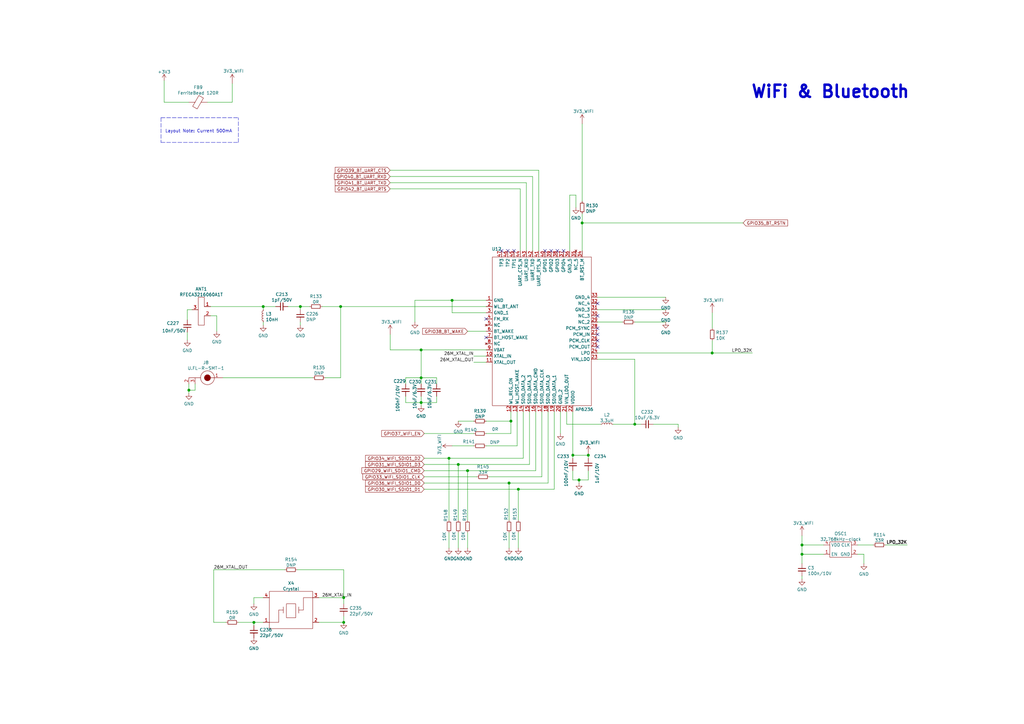
<source format=kicad_sch>
(kicad_sch (version 20210126) (generator eeschema)
  (paper "A3")
  (title_block (title "Beagle V") (date "2021-06-11") (rev "v0.7"))
  (lib_symbols
    (symbol "BeagleV:32.768kHz-clock"
      (property "Reference" "OSC" (at -2.54 5.08 0))
      (property "Value" "32.768kHz-clock" (at 5.08 -3.81 0))
      (symbol "32.768kHz-clock_0_1"
        (rectangle (start -3.81 3.81) (end 5.08 -2.54) (stroke (width 0.1524)))
      )
      (symbol "32.768kHz-clock_1_1"
        (pin input line (at -6.35 -1.27 0) (length 2.54) (name "EN") (number "1"))
        (pin power_in line (at 7.62 -1.27 180) (length 2.54) (name "GND") (number "2"))
        (pin output line (at 7.62 2.54 180) (length 2.54) (name "CLK") (number "3"))
        (pin power_in line (at -6.35 2.54 0) (length 2.54) (name "VDD") (number "4"))
      )
    )
    (symbol "BeagleV:3V3_WIFI" (power) (pin_numbers hide) (pin_names hide) (in_bom no) (on_board no)
      (property "Value" "3V3_WIFI" (at 0 5.08 0))
      (symbol "3V3_WIFI_0_1"
        (polyline (pts (xy 0 0) (xy 0 3.81)))
        (polyline (pts (xy 0 3.81) (xy -0.762 2.54)))
        (polyline (pts (xy 0 3.81) (xy 0.762 2.54)))
      )
      (symbol "3V3_WIFI_1_1"
        (pin power_in line (at 0 0 90) (length 0) hide (name "3V3_WIFI") (number "1"))
      )
    )
    (symbol "BeagleV:AP6236"
      (property "Reference" "U" (at -21.59 31.75 0))
      (property "Value" "AP6236" (at -20.32 -34.29 0))
      (symbol "AP6236_0_1"
        (rectangle (start -20.32 30.48) (end 20.32 -30.48) (stroke (width 0.1524)))
      )
      (symbol "AP6236_1_1"
        (pin input line (at -22.86 12.7 0) (length 2.56) (name "GND") (number "1"))
        (pin input line (at -22.86 -10.16 0) (length 2.56) (name "XTAL_IN") (number "10"))
        (pin output line (at -22.86 -12.7 0) (length 2.56) (name "XTAL_OUT") (number "11"))
        (pin input line (at -12.7 -33.02 90) (length 2.56) (name "WL_REG_ON") (number "12"))
        (pin input line (at -10.16 -33.02 90) (length 2.56) (name "WL_HOST_WAKE") (number "13"))
        (pin bidirectional line (at -7.62 -33.02 90) (length 2.56) (name "SDIO_DATA_2") (number "14"))
        (pin bidirectional line (at -5.08 -33.02 90) (length 2.56) (name "SDIO_DATA_3") (number "15"))
        (pin input line (at -2.54 -33.02 90) (length 2.56) (name "SDIO_DATA_CMD") (number "16"))
        (pin input line (at 0 -33.02 90) (length 2.56) (name "SDIO_DATA_CLK") (number "17"))
        (pin bidirectional line (at 2.54 -33.02 90) (length 2.56) (name "SDIO_DATA_0") (number "18"))
        (pin bidirectional line (at 5.08 -33.02 90) (length 2.56) (name "SDIO_DATA_1") (number "19"))
        (pin output line (at -22.86 10.16 0) (length 2.56) (name "WL_BT_ANT") (number "2"))
        (pin power_in line (at 7.62 -33.02 90) (length 2.56) (name "GND_2") (number "20"))
        (pin power_out line (at 10.16 -33.02 90) (length 2.56) (name "VIN_LDO_OUT") (number "21"))
        (pin power_in line (at 12.7 -33.02 90) (length 2.56) (name "VDDIO") (number "22"))
        (pin power_in line (at 22.86 -11.43 180) (length 2.56) (name "VIN_LDO") (number "23"))
        (pin output line (at 22.86 -8.89 180) (length 2.56) (name "LPO") (number "24"))
        (pin output line (at 22.86 -6.35 180) (length 2.56) (name "PCM_OUT") (number "25"))
        (pin output line (at 22.86 -3.81 180) (length 2.56) (name "PCM_CLK") (number "26"))
        (pin input line (at 22.86 -1.27 180) (length 2.56) (name "PCM_IN") (number "27"))
        (pin input line (at 22.86 1.27 180) (length 2.56) (name "PCM_SYNC") (number "28"))
        (pin passive line (at 22.86 3.81 180) (length 2.56) (name "NC_2") (number "29"))
        (pin power_in line (at -22.86 7.62 0) (length 2.56) (name "GND_1") (number "3"))
        (pin output line (at 22.86 6.35 180) (length 2.56) (name "NC_3") (number "30"))
        (pin power_in line (at 22.86 8.89 180) (length 2.56) (name "GND_3") (number "31"))
        (pin passive line (at 22.86 11.43 180) (length 2.56) (name "NC_4") (number "32"))
        (pin power_in line (at 22.86 13.97 180) (length 2.56) (name "GND_4") (number "33"))
        (pin input line (at 16.51 33.02 270) (length 2.56) (name "BT_RST_M") (number "34"))
        (pin no_connect line (at 13.97 33.02 270) (length 2.56) (name "NC_5") (number "35"))
        (pin power_in line (at 11.43 33.02 270) (length 2.56) (name "GND_5") (number "36"))
        (pin bidirectional line (at 8.89 33.02 270) (length 2.56) (name "GPIO4") (number "37"))
        (pin bidirectional line (at 6.35 33.02 270) (length 2.56) (name "GPIO3") (number "38"))
        (pin bidirectional line (at 3.81 33.02 270) (length 2.56) (name "GPIO2") (number "39"))
        (pin input line (at -22.86 5.08 0) (length 2.56) (name "FM_RX") (number "4"))
        (pin bidirectional line (at 1.27 33.02 270) (length 2.56) (name "GPIO1") (number "40"))
        (pin input line (at -1.27 33.02 270) (length 2.56) (name "UART_RTS_N") (number "41"))
        (pin output line (at -3.81 33.02 270) (length 2.56) (name "UART_TXD") (number "42"))
        (pin input line (at -6.35 33.02 270) (length 2.56) (name "UART_RXD") (number "43"))
        (pin input line (at -8.89 33.02 270) (length 2.56) (name "UART_CTS_N") (number "44"))
        (pin output line (at -11.43 33.02 270) (length 2.56) (name "TPI1") (number "45"))
        (pin output line (at -13.97 33.02 270) (length 2.56) (name "TP2") (number "46"))
        (pin output line (at -16.51 33.02 270) (length 2.56) (name "TP3") (number "47"))
        (pin no_connect line (at -22.86 2.54 0) (length 2.56) (name "NC") (number "5"))
        (pin input line (at -22.86 0 0) (length 2.56) (name "BT_WAKE") (number "6"))
        (pin input line (at -22.86 -2.54 0) (length 2.56) (name "BT_HOST_WAKE") (number "7"))
        (pin no_connect line (at -22.86 -5.08 0) (length 2.56) (name "NC") (number "8"))
        (pin power_in line (at -22.86 -7.62 0) (length 2.56) (name "VBAT") (number "9"))
      )
    )
    (symbol "BeagleV:Crystal"
      (property "Reference" "X" (at -8.255 8.89 0))
      (property "Value" "Crystal" (at 5.715 -8.89 0))
      (symbol "Crystal_0_1"
        (rectangle (start -8.89 7.62) (end 8.89 -7.62) (stroke (width 0.1524)))
        (polyline (pts (xy -3.175 1.27) (xy -3.175 -1.27)) (stroke (width 0.1524)))
        (polyline (pts (xy 3.175 1.27) (xy 3.175 -1.27)) (stroke (width 0.1524)))
        (polyline (pts (xy -8.89 5.08) (xy -5.08 5.08) (xy -5.08 0) (xy -3.175 0)) (stroke (width 0.1524)))
        (polyline (pts (xy 3.175 0) (xy 5.08 0) (xy 5.08 -5.08) (xy 8.89 -5.08)) (stroke (width 0.1524)))
        (polyline (pts (xy -1.905 2.54) (xy -1.905 -3.175) (xy 1.27 -3.175) (xy 1.905 -3.175) (xy 1.905 2.54) (xy -1.905 2.54)) (stroke (width 0.1524)))
      )
      (symbol "Crystal_1_1"
        (pin passive line (at 11.43 -5.08 180) (length 2.54) (name "") (number "1"))
        (pin passive line (at -11.43 -5.08 0) (length 2.54) (name "") (number "2"))
        (pin passive line (at -11.43 5.08 0) (length 2.54) (name "") (number "3"))
        (pin passive line (at 11.43 5.08 180) (length 2.54) (name "") (number "4"))
      )
    )
    (symbol "BeagleV:RFECA3216060A1T"
      (property "Reference" "ANT" (at -13.97 10.16 0))
      (property "Value" "RFECA3216060A1T" (at -11.43 12.7 0))
      (symbol "RFECA3216060A1T_0_1"
        (polyline (pts (xy 0 1.27) (xy 0 5.08) (xy -2.54 5.08) (xy -2.54 -6.35) (xy 0 -6.35) (xy 0 -2.54)) (stroke (width 0.1524)))
      )
      (symbol "RFECA3216060A1T_1_1"
        (pin passive line (at 2.54 1.27 180) (length 2.54) (name "") (number "1"))
        (pin passive line (at 2.54 -2.54 180) (length 2.54) (name "") (number "2"))
        (pin passive line (at -5.08 0 0) (length 2.54) (name "") (number "3"))
      )
    )
    (symbol "BeagleV:U.FL-R-SMT-1"
      (property "Reference" "J" (at -8.89 3.81 0))
      (property "Value" "U.FL-R-SMT-1" (at -7.62 6.35 0))
      (symbol "U.FL-R-SMT-1_0_1"
        (circle (center 0 0) (radius 2.8398) (stroke (width 0.1524)))
        (circle (center 0 0) (radius 1.27) (stroke (width 0.1524)) (fill (type outline)))
        (polyline (pts (xy -2.794 0) (xy -7.62 0) (xy -7.62 0)) (stroke (width 0.1524)))
      )
      (symbol "U.FL-R-SMT-1_1_1"
        (pin passive line (at 6.35 0 180) (length 5) (name "") (number "1"))
        (pin passive line (at -7.62 -2.54 90) (length 2.54) (name "") (number "2"))
        (pin passive line (at -5.08 -2.54 90) (length 2.54) (name "") (number "3"))
      )
    )
    (symbol "Device:C_Small" (pin_numbers hide) (pin_names (offset 0.254) hide)
      (property "Reference" "C" (at 0.254 1.778 0))
      (property "Value" "C_Small" (at 0.254 -2.032 0))
      (symbol "C_Small_0_1"
        (polyline (pts (xy -1.524 -0.508) (xy 1.524 -0.508)) (stroke (width 0.3302)))
        (polyline (pts (xy -1.524 0.508) (xy 1.524 0.508)) (stroke (width 0.3048)))
      )
      (symbol "C_Small_1_1"
        (pin passive line (at 0 2.54 270) (length 2.032) (name "~") (number "1"))
        (pin passive line (at 0 -2.54 90) (length 2.032) (name "~") (number "2"))
      )
    )
    (symbol "Device:FerriteBead" (pin_numbers hide) (pin_names (offset 0))
      (property "Reference" "FB" (at -3.81 0.635 90))
      (property "Value" "FerriteBead" (at 3.81 0 90))
      (symbol "FerriteBead_0_1"
        (polyline (pts (xy 0 -1.27) (xy 0 -1.2192)))
        (polyline (pts (xy 0 1.27) (xy 0 1.2954)))
        (polyline (pts (xy -2.7686 0.4064) (xy -1.7018 2.2606) (xy 2.7686 -0.3048) (xy 1.6764 -2.159) (xy -2.7686 0.4064)))
      )
      (symbol "FerriteBead_1_1"
        (pin passive line (at 0 3.81 270) (length 2.54) (name "~") (number "1"))
        (pin passive line (at 0 -3.81 90) (length 2.54) (name "~") (number "2"))
      )
    )
    (symbol "Device:L_Small" (pin_numbers hide) (pin_names (offset 0.254) hide)
      (property "Reference" "L" (at 0.762 1.016 0))
      (property "Value" "L_Small" (at 0.762 -1.016 0))
      (symbol "L_Small_0_1"
        (arc (start 0 -2.032) (end 0 -1.016) (radius (at 0 -1.524) (length 0.508) (angles -89.9 89.9)))
        (arc (start 0 -1.016) (end 0 0) (radius (at 0 -0.508) (length 0.508) (angles -89.9 89.9)))
        (arc (start 0 0) (end 0 1.016) (radius (at 0 0.508) (length 0.508) (angles -89.9 89.9)))
        (arc (start 0 1.016) (end 0 2.032) (radius (at 0 1.524) (length 0.508) (angles -89.9 89.9)))
      )
      (symbol "L_Small_1_1"
        (pin passive line (at 0 2.54 270) (length 0.508) (name "~") (number "1"))
        (pin passive line (at 0 -2.54 90) (length 0.508) (name "~") (number "2"))
      )
    )
    (symbol "Device:R_Small" (pin_numbers hide) (pin_names (offset 0.254) hide)
      (property "Reference" "R" (at 0.762 0.508 0))
      (property "Value" "R_Small" (at 0.762 -1.016 0))
      (symbol "R_Small_0_1"
        (rectangle (start -0.762 1.778) (end 0.762 -1.778) (stroke (width 0.2032)))
      )
      (symbol "R_Small_1_1"
        (pin passive line (at 0 2.54 270) (length 0.762) (name "~") (number "1"))
        (pin passive line (at 0 -2.54 90) (length 0.762) (name "~") (number "2"))
      )
    )
    (symbol "power:+3V3" (power) (pin_names (offset 0))
      (property "Value" "+3V3" (at 0 3.556 0))
      (symbol "+3V3_0_1"
        (polyline (pts (xy -0.762 1.27) (xy 0 2.54)))
        (polyline (pts (xy 0 0) (xy 0 2.54)))
        (polyline (pts (xy 0 2.54) (xy 0.762 1.27)))
      )
      (symbol "+3V3_1_1"
        (pin power_in line (at 0 0 90) (length 0) hide (name "+3V3") (number "1"))
      )
    )
    (symbol "power:GND" (power) (pin_names (offset 0))
      (property "Value" "GND" (at 0 -3.81 0))
      (symbol "GND_0_1"
        (polyline (pts (xy 0 0) (xy 0 -1.27) (xy 1.27 -1.27) (xy 0 -2.54) (xy -1.27 -1.27) (xy 0 -1.27)))
      )
      (symbol "GND_1_1"
        (pin power_in line (at 0 0 270) (length 0) hide (name "GND") (number "1"))
      )
    )
  )
  (junction (at 77.47 160.02) (diameter 1.016))
  (junction (at 104.14 255.27) (diameter 1.016))
  (junction (at 107.95 125.73) (diameter 1.016))
  (junction (at 123.19 125.73) (diameter 1.016))
  (junction (at 139.7 125.73) (diameter 1.016))
  (junction (at 140.97 245.11) (diameter 1.016))
  (junction (at 140.97 255.27) (diameter 1.016))
  (junction (at 172.72 143.51) (diameter 1.016))
  (junction (at 172.72 154.94) (diameter 1.016))
  (junction (at 172.72 165.1) (diameter 1.016))
  (junction (at 184.15 187.96) (diameter 1.016))
  (junction (at 185.42 123.19) (diameter 1.016))
  (junction (at 187.96 190.5) (diameter 1.016))
  (junction (at 191.77 193.04) (diameter 1.016))
  (junction (at 208.788 198.12) (diameter 1.016))
  (junction (at 209.55 172.72) (diameter 1.016))
  (junction (at 212.598 200.66) (diameter 1.016))
  (junction (at 234.95 186.69) (diameter 1.016))
  (junction (at 237.49 196.85) (diameter 1.016))
  (junction (at 238.76 91.44) (diameter 1.016))
  (junction (at 241.3 186.69) (diameter 1.016))
  (junction (at 260.35 173.99) (diameter 1.016))
  (junction (at 292.1 144.78) (diameter 1.016))
  (junction (at 328.93 223.52) (diameter 1.016))
  (junction (at 328.93 227.33) (diameter 1.016))
  (no_connect (at 199.39 130.81))
  (no_connect (at 199.39 138.43))
  (no_connect (at 205.74 102.87))
  (no_connect (at 208.28 102.87))
  (no_connect (at 210.82 102.87))
  (no_connect (at 223.52 102.87))
  (no_connect (at 226.06 102.87))
  (no_connect (at 228.6 102.87))
  (no_connect (at 231.14 102.87))
  (no_connect (at 245.11 124.46))
  (no_connect (at 245.11 129.54))
  (no_connect (at 245.11 134.62))
  (no_connect (at 245.11 137.16))
  (no_connect (at 245.11 139.7))
  (no_connect (at 245.11 142.24))
  (wire (pts (xy 67.31 33.02) (xy 67.31 41.91)))
  (wire (pts (xy 76.835 127) (xy 76.835 131.191)))
  (wire (pts (xy 76.835 127) (xy 78.74 127)))
  (wire (pts (xy 76.835 136.271) (xy 76.835 139.446)))
  (wire (pts (xy 77.47 41.91) (xy 67.31 41.91)))
  (wire (pts (xy 77.47 157.48) (xy 77.47 160.02)))
  (wire (pts (xy 77.47 160.02) (xy 77.47 161.29)))
  (wire (pts (xy 80.01 157.48) (xy 80.01 160.02)))
  (wire (pts (xy 80.01 160.02) (xy 77.47 160.02)))
  (wire (pts (xy 85.09 41.91) (xy 95.25 41.91)))
  (wire (pts (xy 86.36 125.73) (xy 107.95 125.73)))
  (wire (pts (xy 86.36 129.54) (xy 88.9 129.54)))
  (wire (pts (xy 87.63 233.68) (xy 87.63 255.27)))
  (wire (pts (xy 87.63 233.68) (xy 116.84 233.68)))
  (wire (pts (xy 88.9 129.54) (xy 88.9 135.89)))
  (wire (pts (xy 91.44 154.94) (xy 128.27 154.94)))
  (wire (pts (xy 92.71 255.27) (xy 87.63 255.27)))
  (wire (pts (xy 95.25 34.29) (xy 95.25 41.91)))
  (wire (pts (xy 97.79 255.27) (xy 104.14 255.27)))
  (wire (pts (xy 104.14 245.11) (xy 104.14 247.65)))
  (wire (pts (xy 104.14 255.27) (xy 104.14 256.54)))
  (wire (pts (xy 104.14 255.27) (xy 107.95 255.27)))
  (wire (pts (xy 107.95 125.73) (xy 107.95 127)))
  (wire (pts (xy 107.95 132.08) (xy 107.95 133.35)))
  (wire (pts (xy 107.95 245.11) (xy 104.14 245.11)))
  (wire (pts (xy 113.03 125.73) (xy 107.95 125.73)))
  (wire (pts (xy 118.11 125.73) (xy 123.19 125.73)))
  (wire (pts (xy 121.92 233.68) (xy 140.97 233.68)))
  (wire (pts (xy 123.19 125.73) (xy 123.19 127)))
  (wire (pts (xy 123.19 125.73) (xy 127 125.73)))
  (wire (pts (xy 123.19 132.08) (xy 123.19 133.35)))
  (wire (pts (xy 130.81 245.11) (xy 140.97 245.11)))
  (wire (pts (xy 132.08 125.73) (xy 139.7 125.73)))
  (wire (pts (xy 133.35 154.94) (xy 139.7 154.94)))
  (wire (pts (xy 139.7 125.73) (xy 199.39 125.73)))
  (wire (pts (xy 139.7 154.94) (xy 139.7 125.73)))
  (wire (pts (xy 140.97 233.68) (xy 140.97 245.11)))
  (wire (pts (xy 140.97 245.11) (xy 140.97 247.65)))
  (wire (pts (xy 140.97 252.73) (xy 140.97 255.27)))
  (wire (pts (xy 140.97 255.27) (xy 130.81 255.27)))
  (wire (pts (xy 160.02 69.85) (xy 220.98 69.85)))
  (wire (pts (xy 160.02 72.39) (xy 218.44 72.39)))
  (wire (pts (xy 160.02 74.93) (xy 215.9 74.93)))
  (wire (pts (xy 160.02 77.47) (xy 213.36 77.47)))
  (wire (pts (xy 160.02 137.16) (xy 160.02 143.51)))
  (wire (pts (xy 160.02 143.51) (xy 172.72 143.51)))
  (wire (pts (xy 166.37 154.94) (xy 166.37 157.48)))
  (wire (pts (xy 166.37 162.56) (xy 166.37 165.1)))
  (wire (pts (xy 166.37 165.1) (xy 172.72 165.1)))
  (wire (pts (xy 170.18 123.19) (xy 170.18 132.08)))
  (wire (pts (xy 172.72 143.51) (xy 172.72 154.94)))
  (wire (pts (xy 172.72 154.94) (xy 166.37 154.94)))
  (wire (pts (xy 172.72 154.94) (xy 172.72 157.48)))
  (wire (pts (xy 172.72 162.56) (xy 172.72 165.1)))
  (wire (pts (xy 172.72 165.1) (xy 179.07 165.1)))
  (wire (pts (xy 172.72 166.37) (xy 172.72 165.1)))
  (wire (pts (xy 173.99 177.8) (xy 194.31 177.8)))
  (wire (pts (xy 173.99 187.96) (xy 184.15 187.96)))
  (wire (pts (xy 173.99 190.5) (xy 187.96 190.5)))
  (wire (pts (xy 173.99 193.04) (xy 191.77 193.04)))
  (wire (pts (xy 173.99 195.58) (xy 195.58 195.58)))
  (wire (pts (xy 173.99 198.12) (xy 208.788 198.12)))
  (wire (pts (xy 173.99 200.66) (xy 212.598 200.66)))
  (wire (pts (xy 179.07 154.94) (xy 172.72 154.94)))
  (wire (pts (xy 179.07 157.48) (xy 179.07 154.94)))
  (wire (pts (xy 179.07 165.1) (xy 179.07 162.56)))
  (wire (pts (xy 184.15 187.96) (xy 184.15 213.36)))
  (wire (pts (xy 184.15 187.96) (xy 214.63 187.96)))
  (wire (pts (xy 184.15 218.44) (xy 184.15 224.79)))
  (wire (pts (xy 185.42 123.19) (xy 170.18 123.19)))
  (wire (pts (xy 185.42 128.27) (xy 185.42 123.19)))
  (wire (pts (xy 185.42 182.88) (xy 194.31 182.88)))
  (wire (pts (xy 187.96 172.72) (xy 194.31 172.72)))
  (wire (pts (xy 187.96 190.5) (xy 187.96 213.36)))
  (wire (pts (xy 187.96 190.5) (xy 217.17 190.5)))
  (wire (pts (xy 187.96 218.44) (xy 187.96 224.79)))
  (wire (pts (xy 191.77 135.89) (xy 199.39 135.89)))
  (wire (pts (xy 191.77 193.04) (xy 191.77 213.36)))
  (wire (pts (xy 191.77 193.04) (xy 219.71 193.04)))
  (wire (pts (xy 191.77 218.44) (xy 191.77 224.79)))
  (wire (pts (xy 194.31 146.05) (xy 199.39 146.05)))
  (wire (pts (xy 194.31 148.59) (xy 199.39 148.59)))
  (wire (pts (xy 199.39 123.19) (xy 185.42 123.19)))
  (wire (pts (xy 199.39 128.27) (xy 185.42 128.27)))
  (wire (pts (xy 199.39 143.51) (xy 172.72 143.51)))
  (wire (pts (xy 199.39 172.72) (xy 209.55 172.72)))
  (wire (pts (xy 199.39 177.8) (xy 209.55 177.8)))
  (wire (pts (xy 199.39 182.88) (xy 212.09 182.88)))
  (wire (pts (xy 200.66 195.58) (xy 222.25 195.58)))
  (wire (pts (xy 208.788 198.12) (xy 208.788 213.36)))
  (wire (pts (xy 208.788 198.12) (xy 224.79 198.12)))
  (wire (pts (xy 208.788 218.44) (xy 208.788 224.79)))
  (wire (pts (xy 209.55 168.91) (xy 209.55 172.72)))
  (wire (pts (xy 209.55 172.72) (xy 209.55 177.8)))
  (wire (pts (xy 212.09 168.91) (xy 212.09 182.88)))
  (wire (pts (xy 212.598 200.66) (xy 212.598 213.36)))
  (wire (pts (xy 212.598 200.66) (xy 227.33 200.66)))
  (wire (pts (xy 212.598 218.44) (xy 212.598 224.79)))
  (wire (pts (xy 213.36 102.87) (xy 213.36 77.47)))
  (wire (pts (xy 214.63 168.91) (xy 214.63 187.96)))
  (wire (pts (xy 215.9 102.87) (xy 215.9 74.93)))
  (wire (pts (xy 217.17 168.91) (xy 217.17 190.5)))
  (wire (pts (xy 218.44 102.87) (xy 218.44 72.39)))
  (wire (pts (xy 219.71 168.91) (xy 219.71 193.04)))
  (wire (pts (xy 220.98 102.87) (xy 220.98 69.85)))
  (wire (pts (xy 222.25 168.91) (xy 222.25 195.58)))
  (wire (pts (xy 224.79 168.91) (xy 224.79 198.12)))
  (wire (pts (xy 227.33 168.91) (xy 227.33 200.66)))
  (wire (pts (xy 229.87 168.91) (xy 229.87 177.8)))
  (wire (pts (xy 232.41 168.91) (xy 232.41 173.99)))
  (wire (pts (xy 232.41 173.99) (xy 246.38 173.99)))
  (wire (pts (xy 233.68 80.01) (xy 236.22 80.01)))
  (wire (pts (xy 233.68 102.87) (xy 233.68 80.01)))
  (wire (pts (xy 234.95 168.91) (xy 234.95 186.69)))
  (wire (pts (xy 234.95 186.69) (xy 234.95 187.96)))
  (wire (pts (xy 234.95 186.69) (xy 241.3 186.69)))
  (wire (pts (xy 234.95 193.04) (xy 234.95 196.85)))
  (wire (pts (xy 236.22 80.01) (xy 236.22 85.09)))
  (wire (pts (xy 237.49 196.85) (xy 234.95 196.85)))
  (wire (pts (xy 237.49 196.85) (xy 237.49 198.12)))
  (wire (pts (xy 238.76 50.8) (xy 238.76 82.55)))
  (wire (pts (xy 238.76 87.63) (xy 238.76 91.44)))
  (wire (pts (xy 238.76 91.44) (xy 238.76 102.87)))
  (wire (pts (xy 238.76 91.44) (xy 304.8 91.44)))
  (wire (pts (xy 241.3 186.69) (xy 241.3 187.96)))
  (wire (pts (xy 241.3 193.04) (xy 241.3 196.85)))
  (wire (pts (xy 241.3 196.85) (xy 237.49 196.85)))
  (wire (pts (xy 245.11 121.92) (xy 273.05 121.92)))
  (wire (pts (xy 245.11 127) (xy 273.05 127)))
  (wire (pts (xy 245.11 132.08) (xy 255.27 132.08)))
  (wire (pts (xy 245.11 144.78) (xy 292.1 144.78)))
  (wire (pts (xy 245.11 147.32) (xy 260.35 147.32)))
  (wire (pts (xy 251.46 173.99) (xy 260.35 173.99)))
  (wire (pts (xy 260.35 132.08) (xy 273.05 132.08)))
  (wire (pts (xy 260.35 147.32) (xy 260.35 173.99)))
  (wire (pts (xy 260.35 173.99) (xy 262.89 173.99)))
  (wire (pts (xy 267.97 173.99) (xy 278.13 173.99)))
  (wire (pts (xy 278.13 175.26) (xy 278.13 173.99)))
  (wire (pts (xy 292.1 128.27) (xy 292.1 134.62)))
  (wire (pts (xy 292.1 139.7) (xy 292.1 144.78)))
  (wire (pts (xy 292.1 144.78) (xy 308.61 144.78)))
  (wire (pts (xy 328.93 219.71) (xy 328.93 223.52)))
  (wire (pts (xy 328.93 227.33) (xy 328.93 223.52)))
  (wire (pts (xy 328.93 227.33) (xy 328.93 231.14)))
  (wire (pts (xy 328.93 236.22) (xy 328.93 237.49)))
  (wire (pts (xy 337.82 223.52) (xy 328.93 223.52)))
  (wire (pts (xy 337.82 227.33) (xy 328.93 227.33)))
  (wire (pts (xy 351.79 223.52) (xy 358.14 223.52)))
  (wire (pts (xy 351.79 227.33) (xy 354.33 227.33)))
  (wire (pts (xy 354.33 227.33) (xy 354.33 231.14)))
  (wire (pts (xy 363.22 223.52) (xy 372.11 223.52)))
  (polyline (pts (xy 66.04 48.26) (xy 66.04 58.42)) (stroke (width 0) (type dash)))
  (polyline (pts (xy 66.04 48.26) (xy 97.79 48.26)) (stroke (width 0) (type dash)))
  (polyline (pts (xy 66.04 58.42) (xy 97.79 58.42)) (stroke (width 0) (type dash)))
  (polyline (pts (xy 97.79 58.42) (xy 97.79 48.26)) (stroke (width 0) (type dash)))
  (text "Layout Note: Current 500mA" (at 95.25 54.61 180) (effects (font (size 1.27 1.27)) (justify right bottom)))
  (text "WiFi & Bluetooth" (at 373.38 40.64 180) (effects (font (size 5 5) (thickness 1) bold) (justify right bottom)))
  (label "26M_XTAL_OUT" (at 101.6 233.68 180))
  (label "26M_XTAL_IN" (at 132.08 245.11 0))
  (label "26M_XTAL_IN" (at 194.31 146.05 180))
  (label "26M_XTAL_OUT" (at 194.31 148.59 180))
  (label "LPO_32K" (at 308.61 144.78 180))
  (label "LPO_32K" (at 372.11 223.52 180) (effects (font (thickness 0.254) bold)))
  (global_label "GPIO39_BT_UART_CTS" (shape input) (at 160.02 69.85 180) (property "Intersheet References" "${INTERSHEET_REFS}" (effects hide)))
  (global_label "GPIO40_BT_UART_RXD" (shape input) (at 160.02 72.39 180) (property "Intersheet References" "${INTERSHEET_REFS}" (effects hide)))
  (global_label "GPIO41_BT_UART_TXD" (shape input) (at 160.02 74.93 180) (property "Intersheet References" "${INTERSHEET_REFS}" (effects hide)))
  (global_label "GPIO42_BT_UART_RTS" (shape input) (at 160.02 77.47 180) (property "Intersheet References" "${INTERSHEET_REFS}" (effects hide)))
  (global_label "GPIO37_WIFI_EN" (shape input) (at 173.99 177.8 180) (property "Intersheet References" "${INTERSHEET_REFS}" (effects hide)))
  (global_label "GPIO34_WIFI_SDIO1_D2" (shape input) (at 173.99 187.96 180) (property "Intersheet References" "${INTERSHEET_REFS}" (effects hide)))
  (global_label "GPIO31_WIFI_SDIO1_D3" (shape input) (at 173.99 190.5 180) (property "Intersheet References" "${INTERSHEET_REFS}" (effects hide)))
  (global_label "GPIO29_WIFI_SDIO1_CMD" (shape input) (at 173.99 193.04 180) (property "Intersheet References" "${INTERSHEET_REFS}" (effects hide)))
  (global_label "GPIO33_WIFI_SDIO1_CLK" (shape input) (at 173.99 195.58 180) (property "Intersheet References" "${INTERSHEET_REFS}" (effects hide)))
  (global_label "GPIO36_WIFI_SDIO1_D0" (shape input) (at 173.99 198.12 180) (property "Intersheet References" "${INTERSHEET_REFS}" (effects hide)))
  (global_label "GPIO30_WIFI_SDIO1_D1" (shape input) (at 173.99 200.66 180) (property "Intersheet References" "${INTERSHEET_REFS}" (effects hide)))
  (global_label "GPIO38_BT_WAKE" (shape input) (at 191.77 135.89 180) (property "Intersheet References" "${INTERSHEET_REFS}" (effects hide)))
  (global_label "GPIO35_BT_RSTN" (shape input) (at 304.8 91.44 0) (property "Intersheet References" "${INTERSHEET_REFS}" (effects hide)))
  (symbol (lib_id "power:+3V3") (at 67.31 33.02 0) (unit 1)
    (property "Reference" "#PWR0481" (effects hide))
    (property "Value" "+3V3" (at 67.31 29.4726 0))
  )
  (symbol (lib_id "Device:L_Small") (at 107.95 129.54 180) (unit 1)
    (property "Reference" "L3" (at 108.9661 128.7791 0) (effects (justify right)))
    (property "Value" "10nH" (at 108.9661 131.0778 0) (effects (justify right)))
    (property "Footprint" "Inductor_SMD:L_0201_0603Metric_Pad0.64x0.40mm_HandSolder" (effects hide))
  )
  (symbol (lib_id "Device:L_Small") (at 248.92 173.99 90) (unit 1)
    (property "Reference" "L2" (at 248.92 170.1758 90))
    (property "Value" "3.3uH" (at 248.92 172.4745 90))
    (property "Footprint" "BeagleV:Sunlord_3.0x3.0" (effects hide))
  )
  (symbol (lib_id "BeagleV:3V3_WIFI") (at 95.25 34.29 0) (unit 1)
    (property "Reference" "#P026" (effects hide))
    (property "Value" "3V3_WIFI" (at 91.5671 29.154 0) (effects (justify left)))
  )
  (symbol (lib_id "BeagleV:3V3_WIFI") (at 160.02 137.16 0) (unit 1)
    (property "Reference" "#P0101" (effects hide))
    (property "Value" "3V3_WIFI" (at 156.3371 132.024 0) (effects (justify left)))
  )
  (symbol (lib_id "BeagleV:3V3_WIFI") (at 185.42 182.88 90) (unit 1)
    (property "Reference" "#P027" (effects hide))
    (property "Value" "3V3_WIFI" (at 180.284 186.5629 0) (effects (justify left)))
  )
  (symbol (lib_id "BeagleV:3V3_WIFI") (at 238.76 50.8 0) (unit 1)
    (property "Reference" "#P028" (effects hide))
    (property "Value" "3V3_WIFI" (at 235.0771 45.664 0) (effects (justify left)))
  )
  (symbol (lib_id "BeagleV:3V3_WIFI") (at 241.3 186.69 0) (unit 1)
    (property "Reference" "#P029" (effects hide))
    (property "Value" "3V3_WIFI" (at 237.6171 181.554 0) (effects (justify left)))
  )
  (symbol (lib_id "BeagleV:3V3_WIFI") (at 292.1 128.27 0) (unit 1)
    (property "Reference" "#P030" (effects hide))
    (property "Value" "3V3_WIFI" (at 288.4171 123.134 0) (effects (justify left)))
  )
  (symbol (lib_id "BeagleV:3V3_WIFI") (at 328.93 219.71 0) (unit 1)
    (property "Reference" "#P031" (effects hide))
    (property "Value" "3V3_WIFI" (at 325.2471 214.574 0) (effects (justify left)))
  )
  (symbol (lib_id "power:GND") (at 76.835 139.446 0) (unit 1)
    (property "Reference" "#PWR0485" (effects hide))
    (property "Value" "GND" (at 76.835 143.7704 0))
  )
  (symbol (lib_id "power:GND") (at 77.47 161.29 0) (unit 1)
    (property "Reference" "#PWR0482" (effects hide))
    (property "Value" "GND" (at 77.47 165.6144 0))
  )
  (symbol (lib_id "power:GND") (at 88.9 135.89 0) (unit 1)
    (property "Reference" "#PWR0486" (effects hide))
    (property "Value" "GND" (at 88.9 140.2144 0))
  )
  (symbol (lib_id "power:GND") (at 104.14 247.65 0) (unit 1)
    (property "Reference" "#PWR0489" (effects hide))
    (property "Value" "GND" (at 104.14 251.9744 0))
  )
  (symbol (lib_id "power:GND") (at 104.14 261.62 0) (unit 1)
    (property "Reference" "#PWR0488" (effects hide))
    (property "Value" "GND" (at 104.14 265.9444 0))
  )
  (symbol (lib_id "power:GND") (at 107.95 133.35 0) (unit 1)
    (property "Reference" "#PWR0483" (effects hide))
    (property "Value" "GND" (at 107.95 137.6744 0))
  )
  (symbol (lib_id "power:GND") (at 123.19 133.35 0) (unit 1)
    (property "Reference" "#PWR0484" (effects hide))
    (property "Value" "GND" (at 123.19 137.6744 0))
  )
  (symbol (lib_id "power:GND") (at 140.97 255.27 0) (unit 1)
    (property "Reference" "#PWR0487" (effects hide))
    (property "Value" "GND" (at 140.97 259.5944 0))
  )
  (symbol (lib_id "power:GND") (at 170.18 132.08 0) (unit 1)
    (property "Reference" "#PWR0479" (effects hide))
    (property "Value" "GND" (at 170.18 136.4044 0))
  )
  (symbol (lib_id "power:GND") (at 172.72 166.37 0) (unit 1)
    (property "Reference" "#PWR0480" (effects hide))
    (property "Value" "GND" (at 172.72 170.6944 0))
  )
  (symbol (lib_id "power:GND") (at 184.15 224.79 0) (unit 1)
    (property "Reference" "#PWR0497" (effects hide))
    (property "Value" "GND" (at 184.15 229.1144 0))
  )
  (symbol (lib_id "power:GND") (at 187.96 172.72 0) (unit 1)
    (property "Reference" "#PWR0494" (effects hide))
    (property "Value" "GND" (at 187.96 177.0444 0))
  )
  (symbol (lib_id "power:GND") (at 187.96 224.79 0) (unit 1)
    (property "Reference" "#PWR0499" (effects hide))
    (property "Value" "GND" (at 187.96 229.1144 0))
  )
  (symbol (lib_id "power:GND") (at 191.77 224.79 0) (unit 1)
    (property "Reference" "#PWR0498" (effects hide))
    (property "Value" "GND" (at 191.77 229.1144 0))
  )
  (symbol (lib_id "power:GND") (at 208.788 224.79 0) (unit 1)
    (property "Reference" "#PWR0500" (effects hide))
    (property "Value" "GND" (at 208.788 229.1144 0))
  )
  (symbol (lib_id "power:GND") (at 212.598 224.79 0) (unit 1)
    (property "Reference" "#PWR0501" (effects hide))
    (property "Value" "GND" (at 212.598 229.1144 0))
  )
  (symbol (lib_id "power:GND") (at 229.87 177.8 0) (unit 1)
    (property "Reference" "#PWR0495" (effects hide))
    (property "Value" "GND" (at 229.87 182.1244 0))
  )
  (symbol (lib_id "power:GND") (at 236.22 85.09 0) (unit 1)
    (property "Reference" "#PWR0490" (effects hide))
    (property "Value" "GND" (at 236.22 89.4144 0))
  )
  (symbol (lib_id "power:GND") (at 237.49 198.12 0) (unit 1)
    (property "Reference" "#PWR0496" (effects hide))
    (property "Value" "GND" (at 237.49 202.4444 0))
  )
  (symbol (lib_id "power:GND") (at 273.05 121.92 0) (unit 1)
    (property "Reference" "#PWR0493" (effects hide))
    (property "Value" "GND" (at 273.05 126.2444 0))
  )
  (symbol (lib_id "power:GND") (at 273.05 127 0) (unit 1)
    (property "Reference" "#PWR0491" (effects hide))
    (property "Value" "GND" (at 273.05 131.3244 0))
  )
  (symbol (lib_id "power:GND") (at 273.05 132.08 0) (unit 1)
    (property "Reference" "#PWR0492" (effects hide))
    (property "Value" "GND" (at 273.05 136.4044 0))
  )
  (symbol (lib_id "power:GND") (at 278.13 175.26 0) (unit 1)
    (property "Reference" "#PWR0502" (effects hide))
    (property "Value" "GND" (at 278.13 179.5844 0))
  )
  (symbol (lib_id "power:GND") (at 328.93 237.49 0) (unit 1)
    (property "Reference" "#PWR0503" (effects hide))
    (property "Value" "GND" (at 328.93 241.8144 0))
  )
  (symbol (lib_id "power:GND") (at 354.33 231.14 0) (unit 1)
    (property "Reference" "#PWR0504" (effects hide))
    (property "Value" "GND" (at 354.33 235.4644 0))
  )
  (symbol (lib_id "Device:R_Small") (at 95.25 255.27 270) (unit 1)
    (property "Reference" "R155" (at 95.25 251.1002 90))
    (property "Value" "0R" (at 95.25 253.3989 90))
    (property "Footprint" "Resistor_SMD:R_0402_1005Metric" (effects hide))
  )
  (symbol (lib_id "Device:R_Small") (at 119.38 233.68 270) (unit 1)
    (property "Reference" "R154" (at 119.38 229.5102 90))
    (property "Value" "DNP" (at 119.38 231.8089 90))
    (property "Footprint" "Resistor_SMD:R_0402_1005Metric" (effects hide))
  )
  (symbol (lib_id "Device:R_Small") (at 129.54 125.73 90) (unit 1)
    (property "Reference" "R133" (at 129.54 121.5602 90))
    (property "Value" "0R" (at 129.54 123.8589 90))
    (property "Footprint" "Resistor_SMD:R_0201_0603Metric" (effects hide))
  )
  (symbol (lib_id "Device:R_Small") (at 130.81 154.94 90) (unit 1)
    (property "Reference" "R135" (at 130.81 150.7702 90))
    (property "Value" "DNP" (at 130.81 153.0689 90))
    (property "Footprint" "Resistor_SMD:R_0201_0603Metric" (effects hide))
  )
  (symbol (lib_id "Device:R_Small") (at 184.15 215.9 180) (unit 1)
    (property "Reference" "R148" (at 182.8039 213.9707 90) (effects (justify right)))
    (property "Value" "10K" (at 182.2451 221.959 90) (effects (justify right)))
    (property "Footprint" "Resistor_SMD:R_0201_0603Metric" (effects hide))
  )
  (symbol (lib_id "Device:R_Small") (at 187.96 215.9 180) (unit 1)
    (property "Reference" "R149" (at 186.7663 213.8183 90) (effects (justify right)))
    (property "Value" "10K" (at 186.2075 221.8066 90) (effects (justify right)))
    (property "Footprint" "Resistor_SMD:R_0201_0603Metric" (effects hide))
  )
  (symbol (lib_id "Device:R_Small") (at 191.77 215.9 180) (unit 1)
    (property "Reference" "R150" (at 190.5763 213.8183 90) (effects (justify right)))
    (property "Value" "10K" (at 190.0175 221.8066 90) (effects (justify right)))
    (property "Footprint" "Resistor_SMD:R_0201_0603Metric" (effects hide))
  )
  (symbol (lib_id "Device:R_Small") (at 196.85 172.72 90) (unit 1)
    (property "Reference" "R139" (at 196.85 168.5502 90))
    (property "Value" "DNP" (at 196.85 170.8489 90))
    (property "Footprint" "Resistor_SMD:R_0402_1005Metric" (effects hide))
  )
  (symbol (lib_id "Device:R_Small") (at 196.85 177.8 90) (unit 1)
    (property "Reference" "R140" (at 193.04 176.2972 90))
    (property "Value" "0R" (at 203.073 176.0559 90))
    (property "Footprint" "Resistor_SMD:R_0402_1005Metric" (effects hide))
  )
  (symbol (lib_id "Device:R_Small") (at 196.85 182.88 90) (unit 1)
    (property "Reference" "R141" (at 192.278 181.1232 90))
    (property "Value" "DNP" (at 202.946 181.3899 90))
    (property "Footprint" "Resistor_SMD:R_0201_0603Metric" (effects hide))
  )
  (symbol (lib_id "Device:R_Small") (at 198.12 195.58 90) (unit 1)
    (property "Reference" "R145" (at 198.12 191.4102 90))
    (property "Value" "33R" (at 198.12 193.7089 90))
    (property "Footprint" "Resistor_SMD:R_0201_0603Metric" (effects hide))
  )
  (symbol (lib_id "Device:R_Small") (at 208.788 215.9 180) (unit 1)
    (property "Reference" "R152" (at 207.5943 213.4119 90) (effects (justify right)))
    (property "Value" "10K" (at 207.1371 221.959 90) (effects (justify right)))
    (property "Footprint" "Resistor_SMD:R_0201_0603Metric" (effects hide))
  )
  (symbol (lib_id "Device:R_Small") (at 212.598 215.9 180) (unit 1)
    (property "Reference" "R153" (at 211.1503 213.4119 90) (effects (justify right)))
    (property "Value" "10K" (at 210.7439 221.8066 90) (effects (justify right)))
    (property "Footprint" "Resistor_SMD:R_0201_0603Metric" (effects hide))
  )
  (symbol (lib_id "Device:R_Small") (at 238.76 85.09 0) (unit 1)
    (property "Reference" "R130" (at 240.2587 84.3291 0) (effects (justify left)))
    (property "Value" "DNP" (at 240.2587 86.6278 0) (effects (justify left)))
    (property "Footprint" "Resistor_SMD:R_0201_0603Metric" (effects hide))
  )
  (symbol (lib_id "Device:R_Small") (at 257.81 132.08 90) (unit 1)
    (property "Reference" "R136" (at 257.81 127.9102 90))
    (property "Value" "DNP" (at 257.81 130.2089 90))
    (property "Footprint" "Resistor_SMD:R_0402_1005Metric" (effects hide))
  )
  (symbol (lib_id "Device:R_Small") (at 292.1 137.16 180) (unit 1)
    (property "Reference" "R137" (at 293.5987 136.3991 0) (effects (justify right)))
    (property "Value" "10K" (at 293.5987 138.6978 0) (effects (justify right)))
    (property "Footprint" "Resistor_SMD:R_0201_0603Metric" (effects hide))
  )
  (symbol (lib_id "Device:R_Small") (at 360.68 223.52 90) (unit 1)
    (property "Reference" "R114" (at 360.68 219.3502 90))
    (property "Value" "33R" (at 360.68 221.6489 90))
    (property "Footprint" "Resistor_SMD:R_0201_0603Metric" (effects hide))
  )
  (symbol (lib_id "Device:C_Small") (at 76.835 133.731 180) (unit 1)
    (property "Reference" "C227" (at 68.3642 132.5891 0) (effects (justify right)))
    (property "Value" "10nF/50V" (at 66.4592 135.6498 0) (effects (justify right)))
    (property "Footprint" "Capacitor_SMD:C_0402_1005Metric" (effects hide))
  )
  (symbol (lib_id "Device:C_Small") (at 104.14 259.08 0) (unit 1)
    (property "Reference" "C236" (at 106.4642 258.3191 0) (effects (justify left)))
    (property "Value" "22pF/50V" (at 106.4642 260.6178 0) (effects (justify left)))
    (property "Footprint" "Capacitor_SMD:C_0402_1005Metric" (effects hide))
  )
  (symbol (lib_id "Device:C_Small") (at 115.57 125.73 90) (unit 1)
    (property "Reference" "C213" (at 115.57 120.7347 90))
    (property "Value" "1pF/50V" (at 115.57 123.0334 90))
    (property "Footprint" "Capacitor_SMD:C_0201_0603Metric" (effects hide))
  )
  (symbol (lib_id "Device:C_Small") (at 123.19 129.54 0) (unit 1)
    (property "Reference" "C226" (at 125.5142 128.7791 0) (effects (justify left)))
    (property "Value" "DNP" (at 125.5142 131.0778 0) (effects (justify left)))
    (property "Footprint" "Capacitor_SMD:C_0201_0603Metric" (effects hide))
  )
  (symbol (lib_id "Device:C_Small") (at 140.97 250.19 0) (unit 1)
    (property "Reference" "C235" (at 143.2942 249.4291 0) (effects (justify left)))
    (property "Value" "22pF/50V" (at 143.2942 251.7278 0) (effects (justify left)))
    (property "Footprint" "Capacitor_SMD:C_0402_1005Metric" (effects hide))
  )
  (symbol (lib_id "Device:C_Small") (at 166.37 160.02 0) (unit 1)
    (property "Reference" "C229" (at 161.3282 156.3381 0) (effects (justify left)))
    (property "Value" "100nF/10V" (at 163.1062 168.9238 90) (effects (justify left)))
    (property "Footprint" "Capacitor_SMD:C_0201_0603Metric" (effects hide))
  )
  (symbol (lib_id "Device:C_Small") (at 172.72 160.02 0) (unit 1)
    (property "Reference" "C230" (at 167.6782 156.5921 0) (effects (justify left)))
    (property "Value" "10uF/6.3V" (at 170.0912 167.7808 90) (effects (justify left)))
    (property "Footprint" "Capacitor_SMD:C_0402_1005Metric" (effects hide))
  )
  (symbol (lib_id "Device:C_Small") (at 179.07 160.02 0) (unit 1)
    (property "Reference" "C231" (at 174.1552 156.5921 0) (effects (justify left)))
    (property "Value" "10uF/6.3V" (at 176.1872 167.6538 90) (effects (justify left)))
    (property "Footprint" "Capacitor_SMD:C_0402_1005Metric" (effects hide))
  )
  (symbol (lib_id "Device:C_Small") (at 234.95 190.5 0) (unit 1)
    (property "Reference" "C233" (at 228.3842 187.1991 0) (effects (justify left)))
    (property "Value" "100nF/10V" (at 232.1942 199.6578 90) (effects (justify left)))
    (property "Footprint" "Capacitor_SMD:C_0402_1005Metric" (effects hide))
  )
  (symbol (lib_id "Device:C_Small") (at 241.3 190.5 0) (unit 1)
    (property "Reference" "C234" (at 243.6242 187.1991 0) (effects (justify left)))
    (property "Value" "1uF/10V" (at 244.8942 198.3878 90) (effects (justify left)))
    (property "Footprint" "Capacitor_SMD:C_0402_1005Metric" (effects hide))
  )
  (symbol (lib_id "Device:C_Small") (at 265.43 173.99 90) (unit 1)
    (property "Reference" "C232" (at 265.43 168.9947 90))
    (property "Value" "10uF/6.3V" (at 265.43 171.2934 90))
    (property "Footprint" "Capacitor_SMD:C_0402_1005Metric" (effects hide))
  )
  (symbol (lib_id "Device:C_Small") (at 328.93 233.68 0) (unit 1)
    (property "Reference" "C3" (at 331.2542 232.9191 0) (effects (justify left)))
    (property "Value" "100n/10V" (at 331.2542 235.2178 0) (effects (justify left)))
    (property "Footprint" "Capacitor_SMD:C_0201_0603Metric" (effects hide))
  )
  (symbol (lib_id "Device:FerriteBead") (at 81.28 41.91 90) (unit 1)
    (property "Reference" "FB9" (at 81.28 35.8352 90))
    (property "Value" "FerriteBead 120R" (at 81.28 38.1339 90))
    (property "Footprint" "Inductor_SMD:L_0402_1005Metric_Pad0.77x0.64mm_HandSolder" (effects hide))
  )
  (symbol (lib_id "BeagleV:U.FL-R-SMT-1") (at 85.09 154.94 0) (unit 1)
    (property "Reference" "J8" (at 84.455 148.7178 0))
    (property "Value" "U.FL-R-SMT-1" (at 84.455 151.0165 0))
    (property "Footprint" "BeagleV:U.FL-R-SMT-1" (effects hide))
  )
  (symbol (lib_id "BeagleV:32.768kHz-clock") (at 344.17 226.06 0) (unit 1)
    (property "Reference" "OSC1" (at 344.805 218.8676 0))
    (property "Value" "32.768kHz-clock" (at 344.805 221.1663 0))
    (property "Footprint" "BeagleV:7XZ-32.768KHz" (effects hide))
  )
  (symbol (lib_id "BeagleV:RFECA3216060A1T") (at 83.82 127 0) (unit 1)
    (property "Reference" "ANT1" (at 82.55 118.5376 0))
    (property "Value" "RFECA3216060A1T" (at 82.55 120.8363 0))
    (property "Footprint" "BeagleV:RFECA3216060A1T" (effects hide))
  )
  (symbol (lib_id "BeagleV:Crystal") (at 119.38 250.19 0) (mirror y) (unit 1)
    (property "Reference" "X4" (at 119.38 239.1876 0))
    (property "Value" "Crystal" (at 119.38 241.4863 0))
    (property "Footprint" "BeagleV:SMCE-3225" (effects hide))
  )
  (symbol (lib_id "BeagleV:AP6236") (at 222.25 135.89 0) (unit 1)
    (property "Reference" "U12" (at 201.6761 102.1091 0) (effects (justify left)))
    (property "Value" "AP6236" (at 235.9661 167.9078 0) (effects (justify left)))
    (property "Footprint" "BeagleV:AP6236" (effects hide))
  )
)
</source>
